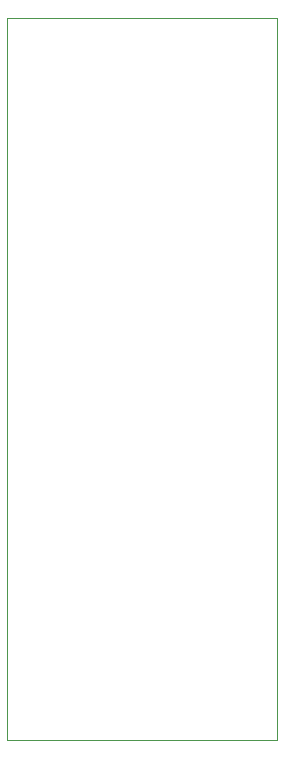
<source format=gbr>
G04 #@! TF.GenerationSoftware,KiCad,Pcbnew,(5.1.9)-1*
G04 #@! TF.CreationDate,2021-02-27T14:39:48+01:00*
G04 #@! TF.ProjectId,SteeringWheelInterface,53746565-7269-46e6-9757-6865656c496e,rev?*
G04 #@! TF.SameCoordinates,Original*
G04 #@! TF.FileFunction,Profile,NP*
%FSLAX46Y46*%
G04 Gerber Fmt 4.6, Leading zero omitted, Abs format (unit mm)*
G04 Created by KiCad (PCBNEW (5.1.9)-1) date 2021-02-27 14:39:48*
%MOMM*%
%LPD*%
G01*
G04 APERTURE LIST*
G04 #@! TA.AperFunction,Profile*
%ADD10C,0.050000*%
G04 #@! TD*
G04 APERTURE END LIST*
D10*
X116840000Y-50800000D02*
X139700000Y-50800000D01*
X116840000Y-111887000D02*
X116840000Y-50800000D01*
X139700000Y-111887000D02*
X116840000Y-111887000D01*
X139700000Y-50800000D02*
X139700000Y-111887000D01*
M02*

</source>
